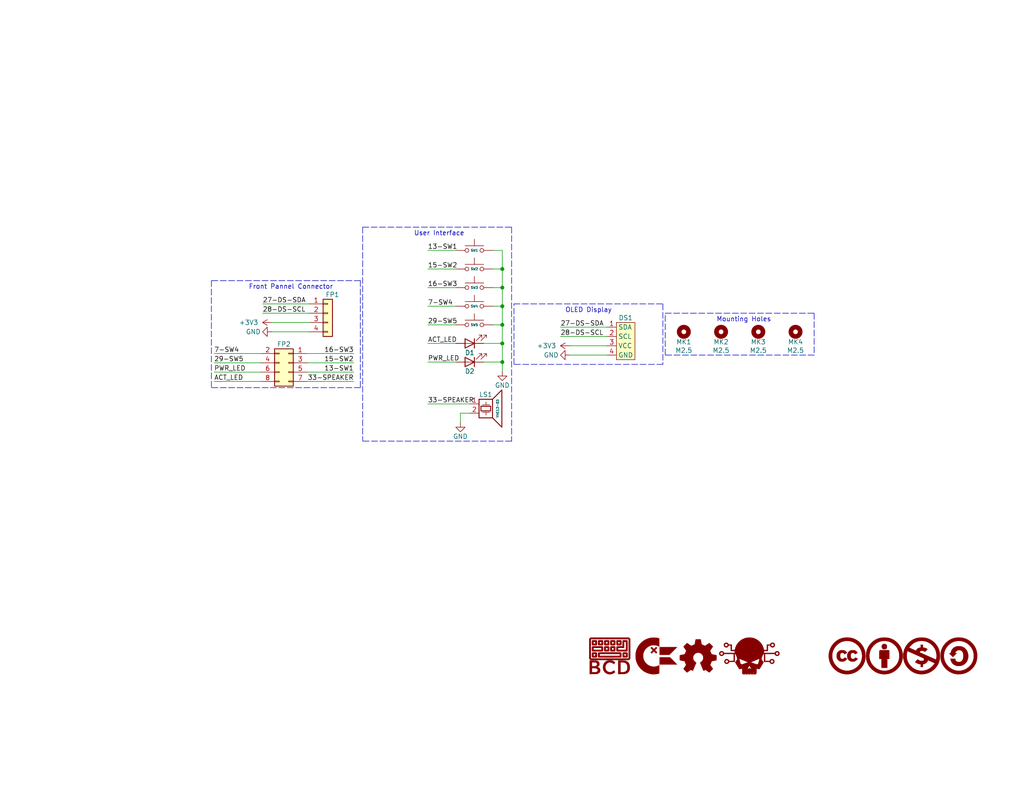
<source format=kicad_sch>
(kicad_sch (version 20211123) (generator eeschema)
  (paper "USLetter")
  (title_block (date "2022-02-05") (rev "1"))
  (lib_symbols
    (symbol "BeaupreCircuitDesign:BCD_Logo" (pin_names (offset 1.016)))
    (symbol "BeaupreCircuitDesign:ChickenLips" (pin_names (offset 1.016)))
    (symbol "BeaupreCircuitDesign:OpenSource_Hardware" (pin_names (offset 1.016)))
    (symbol "BeaupreCircuitDesign:Skull" (pin_names (offset 1.016)))
    (symbol "Connector_Generic:Conn_01x04" (pin_names (offset 1.016) hide)
      (property "Reference" "J" (at 0 5.08 0))
      (property "Value" "Conn_01x04" (at 0 -7.62 0))
      (symbol "Conn_01x04_1_1"
        (pin passive line (at -5.08 2.54 0) (length 3.81) (name "Pin_1") (number "1"))
        (pin passive line (at -5.08 0 0) (length 3.81) (name "Pin_2") (number "2"))
        (pin passive line (at -5.08 -2.54 0) (length 3.81) (name "Pin_3") (number "3"))
        (pin passive line (at -5.08 -5.08 0) (length 3.81) (name "Pin_4") (number "4"))
      )
    )
    (symbol "Connector_Generic:Conn_02x04_Odd_Even" (pin_names (offset 1.016) hide)
      (property "Reference" "J" (at 1.27 5.08 0))
      (property "Value" "Conn_02x04_Odd_Even" (at 1.27 -7.62 0))
      (symbol "Conn_02x04_Odd_Even_1_1"
        (pin passive line (at -5.08 2.54 0) (length 3.81) (name "Pin_1") (number "1"))
        (pin passive line (at 7.62 2.54 180) (length 3.81) (name "Pin_2") (number "2"))
        (pin passive line (at -5.08 0 0) (length 3.81) (name "Pin_3") (number "3"))
        (pin passive line (at 7.62 0 180) (length 3.81) (name "Pin_4") (number "4"))
        (pin passive line (at -5.08 -2.54 0) (length 3.81) (name "Pin_5") (number "5"))
        (pin passive line (at 7.62 -2.54 180) (length 3.81) (name "Pin_6") (number "6"))
        (pin passive line (at -5.08 -5.08 0) (length 3.81) (name "Pin_7") (number "7"))
        (pin passive line (at 7.62 -5.08 180) (length 3.81) (name "Pin_8") (number "8"))
      )
    )
    (symbol "CreativeCommons:CreativeCommons" (pin_names (offset 1.016)))
    (symbol "CreativeCommons:CreativeCommons_Attribution" (pin_names (offset 1.016)))
    (symbol "CreativeCommons:CreativeCommons_NonCommercial" (pin_names (offset 1.016)))
    (symbol "CreativeCommons:CreativeCommons_ShareAlike" (pin_names (offset 1.016)))
    (symbol "Device:LED" (pin_numbers hide) (pin_names (offset 1.016) hide)
      (property "Reference" "D" (at 0 2.54 0))
      (property "Value" "LED" (at 0 -2.54 0))
      (symbol "LED_1_1"
        (pin passive line (at -3.81 0 0) (length 2.54) (name "K") (number "1"))
        (pin passive line (at 3.81 0 180) (length 2.54) (name "A") (number "2"))
      )
    )
    (symbol "Device:Speaker_Crystal" (pin_names (offset 0) hide)
      (property "Reference" "LS" (at 0.635 5.715 0))
      (property "Value" "Speaker_Crystal" (at 0.635 3.81 0))
      (symbol "Speaker_Crystal_1_1"
        (pin input line (at -5.08 0 0) (length 2.54) (name "1") (number "1"))
        (pin input line (at -5.08 -2.54 0) (length 2.54) (name "2") (number "2"))
      )
    )
    (symbol "Display_I2C_OLED:128x64_I2C_OLED_Display"
      (property "Reference" "DS" (at 2.54 2.54 0))
      (property "Value" "128x64_I2C_OLED_Display" (at 0 -10.16 0))
      (symbol "128x64_I2C_OLED_Display_1_1"
        (pin passive line (at 0 0 0) (length 2.54) (name "SDA") (number "1"))
        (pin passive line (at 0 -2.54 0) (length 2.54) (name "SCL") (number "2"))
        (pin passive line (at 0 -5.08 0) (length 2.54) (name "VCC") (number "3"))
        (pin passive line (at 0 -7.62 0) (length 2.54) (name "GND") (number "4"))
      )
    )
    (symbol "Mechanical:MountingHole" (pin_names (offset 1.016))
      (property "Reference" "H" (at 0 5.08 0))
      (property "Value" "MountingHole" (at 0 3.175 0))
    )
    (symbol "Switch:SW_Push" (pin_numbers hide) (pin_names (offset 1.016) hide)
      (property "Reference" "SW" (at 1.27 2.54 0))
      (property "Value" "SW_Push" (at 0 -1.524 0))
      (symbol "SW_Push_0_1"
        (pin passive line (at -5.08 0 0) (length 2.54) (name "1") (number "1"))
        (pin passive line (at 5.08 0 180) (length 2.54) (name "2") (number "2"))
      )
    )
    (symbol "power:+3.3V" (power) (pin_names (offset 0))
      (property "Value" "+3.3V" (at 0 3.556 0))
      (symbol "+3.3V_1_1"
        (pin power_in line (at 0 0 90) (length 0) hide (name "+3V3") (number "1"))
      )
    )
    (symbol "power:GND" (power) (pin_names (offset 0))
      (property "Value" "GND" (at 0 -3.81 0))
      (symbol "GND_1_1"
        (pin power_in line (at 0 0 270) (length 0) hide (name "GND") (number "1"))
      )
    )
  )
  (junction (at 137.0556 98.8478))
  (junction (at 137.0556 93.7678))
  (junction (at 137.0556 88.6878))
  (junction (at 137.0556 83.6078))
  (junction (at 137.0556 78.5278))
  (junction (at 137.0556 73.4478))
  (polyline (pts (xy 98.3206 76.6228) (xy 57.6806 76.6228)))
  (polyline (pts (xy 222.1456 85.5128) (xy 222.1456 96.9428)))
  (polyline (pts (xy 140.2306 99.4828) (xy 140.2306 82.9728)))
  (wire (pts (xy 116.7356 110.2778) (xy 128.1656 110.2778)))
  (polyline (pts (xy 180.8706 99.4828) (xy 140.2306 99.4828)))
  (wire (pts (xy 131.9756 98.8478) (xy 137.0556 98.8478)))
  (wire (pts (xy 134.5156 88.6878) (xy 137.0556 88.6878)))
  (wire (pts (xy 152.9306 91.8628) (xy 165.6306 91.8628)))
  (polyline (pts (xy 140.2306 82.9728) (xy 180.8706 82.9728)))
  (wire (pts (xy 137.0556 88.6878) (xy 137.0556 93.7678)))
  (wire (pts (xy 58.42 99.06) (xy 71.12 99.06)))
  (wire (pts (xy 137.0556 68.3678) (xy 137.0556 73.4478)))
  (wire (pts (xy 116.7356 73.4478) (xy 124.3556 73.4478)))
  (polyline (pts (xy 139.5956 62.0178) (xy 139.5956 120.4378)))
  (wire (pts (xy 74.1906 90.5928) (xy 84.3506 90.5928)))
  (polyline (pts (xy 181.5056 85.5128) (xy 222.1456 85.5128)))
  (wire (pts (xy 116.7356 88.6878) (xy 124.3556 88.6878)))
  (wire (pts (xy 96.52 101.6) (xy 83.82 101.6)))
  (wire (pts (xy 58.42 101.6) (xy 71.12 101.6)))
  (wire (pts (xy 128.1656 112.8178) (xy 125.6256 112.8178)))
  (wire (pts (xy 71.6506 82.9728) (xy 84.3506 82.9728)))
  (wire (pts (xy 134.5156 78.5278) (xy 137.0556 78.5278)))
  (polyline (pts (xy 139.5956 120.4378) (xy 98.9556 120.4378)))
  (polyline (pts (xy 180.8706 82.9728) (xy 180.8706 99.4828)))
  (polyline (pts (xy 222.1456 96.9428) (xy 181.5056 96.9428)))
  (wire (pts (xy 116.7356 68.3678) (xy 124.3556 68.3678)))
  (wire (pts (xy 74.1906 88.0528) (xy 84.3506 88.0528)))
  (wire (pts (xy 71.6506 85.5128) (xy 84.3506 85.5128)))
  (wire (pts (xy 116.7356 83.6078) (xy 124.3556 83.6078)))
  (wire (pts (xy 137.0556 78.5278) (xy 137.0556 83.6078)))
  (polyline (pts (xy 98.9556 62.0178) (xy 98.9556 120.4378)))
  (polyline (pts (xy 181.5056 96.9428) (xy 181.5056 85.5128)))
  (polyline (pts (xy 98.3206 76.6228) (xy 98.3206 105.8328)))
  (wire (pts (xy 155.4706 94.4028) (xy 165.6306 94.4028)))
  (wire (pts (xy 137.0556 98.8478) (xy 137.0556 101.3878)))
  (wire (pts (xy 116.7356 93.7678) (xy 124.3556 93.7678)))
  (wire (pts (xy 58.42 104.14) (xy 71.12 104.14)))
  (wire (pts (xy 125.6256 112.8178) (xy 125.6256 115.3578)))
  (polyline (pts (xy 98.9556 62.0178) (xy 139.5956 62.0178)))
  (wire (pts (xy 96.52 96.52) (xy 83.82 96.52)))
  (wire (pts (xy 134.5156 73.4478) (xy 137.0556 73.4478)))
  (wire (pts (xy 155.4706 96.9428) (xy 165.6306 96.9428)))
  (wire (pts (xy 116.7356 98.8478) (xy 124.3556 98.8478)))
  (wire (pts (xy 96.52 99.06) (xy 83.82 99.06)))
  (wire (pts (xy 83.82 104.14) (xy 96.52 104.14)))
  (wire (pts (xy 58.42 96.52) (xy 71.12 96.52)))
  (wire (pts (xy 137.0556 83.6078) (xy 137.0556 88.6878)))
  (wire (pts (xy 131.9756 93.7678) (xy 137.0556 93.7678)))
  (wire (pts (xy 134.5156 83.6078) (xy 137.0556 83.6078)))
  (polyline (pts (xy 98.3206 105.8328) (xy 57.6806 105.8328)))
  (wire (pts (xy 137.0556 73.4478) (xy 137.0556 78.5278)))
  (wire (pts (xy 134.5156 68.3678) (xy 137.0556 68.3678)))
  (wire (pts (xy 116.7356 78.5278) (xy 124.3556 78.5278)))
  (wire (pts (xy 152.9306 89.3228) (xy 165.6306 89.3228)))
  (polyline (pts (xy 57.6806 76.6228) (xy 57.6806 105.8328)))
  (wire (pts (xy 137.0556 93.7678) (xy 137.0556 98.8478)))
  (text "Front Pannel Connector" (at 67.8406 79.1628 0) (effects (font (size 1.27 1.27)) (justify left bottom)))
  (text "Mounting Holes" (at 195.4756 88.0528 0) (effects (font (size 1.27 1.27)) (justify left bottom)))
  (text "OLED Display" (at 154.2006 85.5128 0) (effects (font (size 1.27 1.27)) (justify left bottom)))
  (text "User Interface" (at 112.9256 64.5578 0) (effects (font (size 1.27 1.27)) (justify left bottom)))
  (label "16-SW3" (at 96.52 96.52 180))
  (label "16-SW3" (at 116.7356 78.5278 0))
  (label "15-SW2" (at 116.7356 73.4478 0))
  (label "28-DS-SCL" (at 152.9306 91.8628 0))
  (label "7-SW4" (at 58.42 96.52 0))
  (label "13-SW1" (at 96.52 101.6 180))
  (label "33-SPEAKER" (at 96.52 104.14 180))
  (label "33-SPEAKER" (at 116.7356 110.2778 0))
  (label "7-SW4" (at 116.7356 83.6078 0))
  (label "29-SW5" (at 58.42 99.06 0))
  (label "15-SW2" (at 96.52 99.06 180))
  (label "PWR_LED" (at 58.42 101.6 0))
  (label "ACT_LED" (at 58.42 104.14 0))
  (label "ACT_LED" (at 116.7356 93.7678 0))
  (label "PWR_LED" (at 116.7356 98.8478 0))
  (label "29-SW5" (at 116.7356 88.6878 0))
  (label "28-DS-SCL" (at 71.6506 85.5128 0))
  (label "13-SW1" (at 116.7356 68.3678 0))
  (label "27-DS-SDA" (at 152.9306 89.3228 0))
  (label "27-DS-SDA" (at 71.6506 82.9728 0))
  (symbol (lib_id "Mechanical:MountingHole") (at 217.0656 90.5928 0) (unit 1) (in_bom no)
    (property "Reference" "MK4" (at 217.0656 93.3614 0))
    (property "Value" "M2.5" (at 217.0656 95.6728 0))
    (property "Footprint" "MountingHole:MountingHole_2.7mm_M2.5" (effects hide))
  )
  (symbol (lib_id "CreativeCommons:CreativeCommons_Attribution") (at 241.3 179.07 0) (unit 1) (in_bom no)
    (property "Reference" "G6" (effects hide))
    (property "Value" "CreativeCommons_Attribution" (effects hide))
    (property "Footprint" "Creative_Common:CreativeCommons_Attribution_5mm" (effects hide))
  )
  (symbol (lib_id "CreativeCommons:CreativeCommons") (at 231.14 179.07 0) (unit 1) (in_bom no)
    (property "Reference" "G5" (effects hide))
    (property "Value" "CreativeCommons" (effects hide))
    (property "Footprint" "Creative_Common:CreativeCommons_5mm" (effects hide))
  )
  (symbol (lib_id "BeaupreCircuitDesign:BCD_Logo") (at 166.37 179.07 0) (unit 1) (in_bom no)
    (property "Reference" "G1" (effects hide))
    (property "Value" "BCD_Logo" (effects hide))
    (property "Footprint" "BeaupreCircuitDesign:BCD_Logo_5mm" (effects hide))
  )
  (symbol (lib_id "power:GND") (at 74.1906 90.5928 270) (unit 1)
    (property "Reference" "#PWR0103" (effects hide))
    (property "Value" "GND" (at 69.1106 90.5928 90))
  )
  (symbol (lib_id "BeaupreCircuitDesign:Skull") (at 204.47 179.07 0) (unit 1) (in_bom no)
    (property "Reference" "G4" (effects hide))
    (property "Value" "Skull" (effects hide))
    (property "Footprint" "BeaupreCircuitDesign:Skull_5mm" (effects hide))
  )
  (symbol (lib_id "Mechanical:MountingHole") (at 206.9056 90.5928 0) (unit 1) (in_bom no)
    (property "Reference" "MK3" (at 206.9056 93.3614 0))
    (property "Value" "M2.5" (at 206.9056 95.6728 0))
    (property "Footprint" "MountingHole:MountingHole_2.7mm_M2.5" (effects hide))
  )
  (symbol (lib_id "Switch:SW_Push") (at 129.4356 83.6078 0) (unit 1)
    (property "Reference" "SW4" (at 129.4356 83.6078 0) (effects (font (size 0.635 0.635))))
    (property "Value" "SW_Push" (effects hide))
    (property "Footprint" "Button_Switch_THT:SW_PUSH_6mm" (effects hide))
    (property "Datasheet" "https://www.aliexpress.com/item/32912263133.html" (effects hide))
    (property "AliExpress" "32912263133" (effects hide))
    (property "Description" "Momentary Tactile Tact Mini Push Button Switch 6x6mm" (effects hide))
    (property "Manufacturer" "AliExpress" (effects hide))
  )
  (symbol (lib_id "CreativeCommons:CreativeCommons_ShareAlike") (at 261.62 179.07 0) (unit 1) (in_bom no)
    (property "Reference" "G8" (effects hide))
    (property "Value" "CreativeCommons_ShareAlike" (effects hide))
    (property "Footprint" "Creative_Common:CreativeCommons_ShareAlike_5mm" (effects hide))
  )
  (symbol (lib_id "Device:LED") (at 128.1656 93.7678 180) (unit 1)
    (property "Reference" "D1" (at 128.1656 96.3078 0))
    (property "Value" "RED LED" (effects hide))
    (property "Footprint" "LED_THT:LED_D5.0mm" (effects hide))
    (property "Datasheet" "https://datasheet.lcsc.com/lcsc/1810271709_Everlight-Elec-333-2SURD-S530-A3_C87271.pdf" (effects hide))
    (property "Description" "Red Light Emitting Diodes (LED) 5.0mm" (effects hide))
    (property "LCSC" "C87271" (effects hide))
    (property "Manufacturer" "Everlight Elec" (effects hide))
    (property "Mfr.Part" "333-2SURD/S530-A3" (effects hide))
    (property "Digikey" "1125-1188-ND" (effects hide))
  )
  (symbol (lib_id "Switch:SW_Push") (at 129.4356 68.3678 0) (unit 1)
    (property "Reference" "SW1" (at 129.4356 68.3678 0) (effects (font (size 0.635 0.635))))
    (property "Value" "SW_Push" (effects hide))
    (property "Footprint" "Button_Switch_THT:SW_PUSH_6mm" (effects hide))
    (property "Datasheet" "https://www.aliexpress.com/item/32912263133.html" (effects hide))
    (property "AliExpress" "32912263133" (effects hide))
    (property "Description" "Momentary Tactile Tact Mini Push Button Switch 6x6mm" (effects hide))
    (property "Manufacturer" "AliExpress" (effects hide))
  )
  (symbol (lib_id "BeaupreCircuitDesign:OpenSource_Hardware") (at 190.5 179.07 0) (unit 1) (in_bom no)
    (property "Reference" "G3" (effects hide))
    (property "Value" "OpenSource_Hardware" (effects hide))
    (property "Footprint" "BeaupreCircuitDesign:Open_Source_Hardware_5mm" (effects hide))
  )
  (symbol (lib_id "Switch:SW_Push") (at 129.4356 78.5278 0) (unit 1)
    (property "Reference" "SW3" (at 129.4356 78.5278 0) (effects (font (size 0.635 0.635))))
    (property "Value" "SW_Push" (effects hide))
    (property "Footprint" "Button_Switch_THT:SW_PUSH_6mm" (effects hide))
    (property "Datasheet" "https://www.aliexpress.com/item/32912263133.html" (effects hide))
    (property "AliExpress" "32912263133" (effects hide))
    (property "Description" "Momentary Tactile Tact Mini Push Button Switch 6x6mm" (effects hide))
    (property "Manufacturer" "AliExpress" (effects hide))
  )
  (symbol (lib_id "Switch:SW_Push") (at 129.4356 73.4478 0) (unit 1)
    (property "Reference" "SW2" (at 129.4356 73.4478 0) (effects (font (size 0.635 0.635))))
    (property "Value" "SW_Push" (effects hide))
    (property "Footprint" "Button_Switch_THT:SW_PUSH_6mm" (effects hide))
    (property "Datasheet" "https://www.aliexpress.com/item/32912263133.html" (effects hide))
    (property "AliExpress" "32912263133" (effects hide))
    (property "Description" "Momentary Tactile Tact Mini Push Button Switch 6x6mm" (effects hide))
    (property "Manufacturer" "AliExpress" (effects hide))
  )
  (symbol (lib_id "BeaupreCircuitDesign:ChickenLips") (at 179.07 179.07 0) (unit 1) (in_bom no)
    (property "Reference" "G2" (effects hide))
    (property "Value" "ChickenLips" (effects hide))
    (property "Footprint" "BeaupreCircuitDesign:ChickenLips_5mm" (effects hide))
  )
  (symbol (lib_id "power:GND") (at 137.0556 101.3878 0) (unit 1)
    (property "Reference" "#PWR06" (effects hide))
    (property "Value" "GND" (at 137.0556 105.1978 0))
  )
  (symbol (lib_id "power:GND") (at 155.4706 96.9428 270) (unit 1)
    (property "Reference" "#PWR0105" (effects hide))
    (property "Value" "GND" (at 150.3906 96.9428 90))
  )
  (symbol (lib_id "CreativeCommons:CreativeCommons_NonCommercial") (at 251.46 179.07 0) (unit 1) (in_bom no)
    (property "Reference" "G7" (effects hide))
    (property "Value" "CreativeCommons_NonCommercial" (effects hide))
    (property "Footprint" "Creative_Common:CreativeCommons_NonCommercial_5mm" (effects hide))
  )
  (symbol (lib_id "Connector_Generic:Conn_01x04") (at 89.4306 85.5128 0) (unit 1)
    (property "Reference" "FP1" (at 90.7006 80.4328 0))
    (property "Value" "Conn_01x04_Counter_Clockwise" (effects hide))
    (property "Footprint" "Connector_PinHeader_2.54mm:PinHeader_1x04_P2.54mm_Vertical" (effects hide))
    (property "Datasheet" "https://datasheet.lcsc.com/lcsc/1811151421_Ckmtw-Shenzhen-Cankemeng-B-2100S04P-A110_C124378.pdf" (effects hide))
    (property "Mfr.Part" "B-2100S04P-A110" (effects hide))
    (property "Description" "Straight 1 4 2.54mm Black Brass Plugin,P=2.54mm Pin Headers" (effects hide))
    (property "LCSC" "C124378" (effects hide))
    (property "Manufacturer" "Shenzhen Cankemeng" (effects hide))
    (property "Digikey" "609-3305-ND" (effects hide))
  )
  (symbol (lib_id "power:+3.3V") (at 155.4706 94.4028 90) (unit 1)
    (property "Reference" "#PWR0101" (effects hide))
    (property "Value" "+3.3V" (at 149.1206 94.4028 90))
  )
  (symbol (lib_id "power:+3.3V") (at 74.1906 88.0528 90) (unit 1)
    (property "Reference" "#PWR0102" (effects hide))
    (property "Value" "+3.3V" (at 67.8406 88.0528 90))
  )
  (symbol (lib_id "Mechanical:MountingHole") (at 186.5856 90.5928 0) (unit 1) (in_bom no)
    (property "Reference" "MK1" (at 186.5856 93.3614 0))
    (property "Value" "M2.5" (at 186.5856 95.6728 0))
    (property "Footprint" "MountingHole:MountingHole_2.7mm_M2.5" (effects hide))
  )
  (symbol (lib_id "Device:Speaker_Crystal") (at 133.2456 110.2778 0) (unit 1)
    (property "Reference" "LS1" (at 130.7056 107.7378 0) (effects (justify left)))
    (property "Value" "YHE12-03" (at 135.7856 111.5478 90) (effects (font (size 0.635 0.635))))
    (property "Footprint" "Buzzer_Beeper:Buzzer_12x9.5RM7.6" (effects hide))
    (property "Datasheet" "https://www.aliexpress.com/item/33005016402.html" (effects hide))
    (property "AliExpress" "33005016402" (effects hide))
    (property "Description" "Active Piezo Buzzers 12mm/3v" (effects hide))
    (property "Manufacturer" "AliExpress" (effects hide))
  )
  (symbol (lib_id "power:GND") (at 125.6256 115.3578 0) (unit 1)
    (property "Reference" "#PWR03" (effects hide))
    (property "Value" "GND" (at 125.6256 119.1678 0))
  )
  (symbol (lib_id "Display_I2C_OLED:128x64_I2C_OLED_Display") (at 165.6306 89.3228 0) (unit 1)
    (property "Reference" "DS1" (at 170.7106 86.7828 0))
    (property "Value" "128x64_I2C_OLED_Display" (effects hide))
    (property "Footprint" "Display_I2C_OLED:128x64 I2C OLED Display" (effects hide))
    (property "Datasheet" "https://www.aliexpress.com/item/1005001621806398.html" (effects hide))
    (property "Description" "0.96 Inch I2C OLED Display Module 128X64 I2C SSD1306/12864" (effects hide))
    (property "AliExpress" "1005001621806398" (effects hide))
    (property "Manufacturer" "AliExpress" (effects hide))
  )
  (symbol (lib_id "Mechanical:MountingHole") (at 196.7456 90.5928 0) (unit 1) (in_bom no)
    (property "Reference" "MK2" (at 196.7456 93.3614 0))
    (property "Value" "M2.5" (at 196.7456 95.6728 0))
    (property "Footprint" "MountingHole:MountingHole_2.7mm_M2.5" (effects hide))
  )
  (symbol (lib_id "Switch:SW_Push") (at 129.4356 88.6878 0) (unit 1)
    (property "Reference" "SW5" (at 129.4356 88.6878 0) (effects (font (size 0.635 0.635))))
    (property "Value" "SW_Push" (effects hide))
    (property "Footprint" "Button_Switch_THT:SW_PUSH_6mm" (effects hide))
    (property "Datasheet" "https://www.aliexpress.com/item/32912263133.html" (effects hide))
    (property "AliExpress" "32912263133" (effects hide))
    (property "Description" "Momentary Tactile Tact Mini Push Button Switch 6x6mm" (effects hide))
    (property "Manufacturer" "AliExpress" (effects hide))
  )
  (symbol (lib_id "Device:LED") (at 128.1656 98.8478 180) (unit 1)
    (property "Reference" "D2" (at 128.1656 101.3878 0))
    (property "Value" "GREEN LED" (effects hide))
    (property "Footprint" "LED_THT:LED_D5.0mm" (effects hide))
    (property "Datasheet" "https://datasheet.lcsc.com/lcsc/1810271709_Everlight-Elec-333-2SURD-S530-A3_C87271.pdf" (effects hide))
    (property "Description" "Green Light Emitting Diodes (LED) 5.0mm" (effects hide))
    (property "LCSC" "C88163" (effects hide))
    (property "Manufacturer" "Everlight Elec" (effects hide))
    (property "Mfr.Part" "333-2SYGD/S530-E2" (effects hide))
    (property "Digikey" "1125-1184-ND" (effects hide))
  )
  (symbol (lib_id "Connector_Generic:Conn_02x04_Odd_Even") (at 78.74 99.06 0) (mirror y) (unit 1)
    (property "Reference" "FP2" (at 77.47 93.98 0))
    (property "Value" "Conn_02x04_Counter_Clockwise" (effects hide))
    (property "Footprint" "Connector_PinHeader_2.54mm:PinHeader_2x04_P2.54mm_Vertical" (effects hide))
    (property "Datasheet" "https://datasheet.lcsc.com/lcsc/1811151421_Ckmtw-Shenzhen-Cankemeng-B-2100S08P-B110_C124386.pdf" (effects hide))
    (property "Description" "Straight 2 8 2.54mm Black Brass 2.54mm Plugin,P=2.54mm Pin Headers" (effects hide))
    (property "LCSC" "C124386" (effects hide))
    (property "Manufacturer" "Shenzhen Cankemeng" (effects hide))
    (property "Mfr.Part" "B-2100S08P-B110" (effects hide))
    (property "Digikey" "609-3391-ND" (effects hide))
  )
)
</source>
